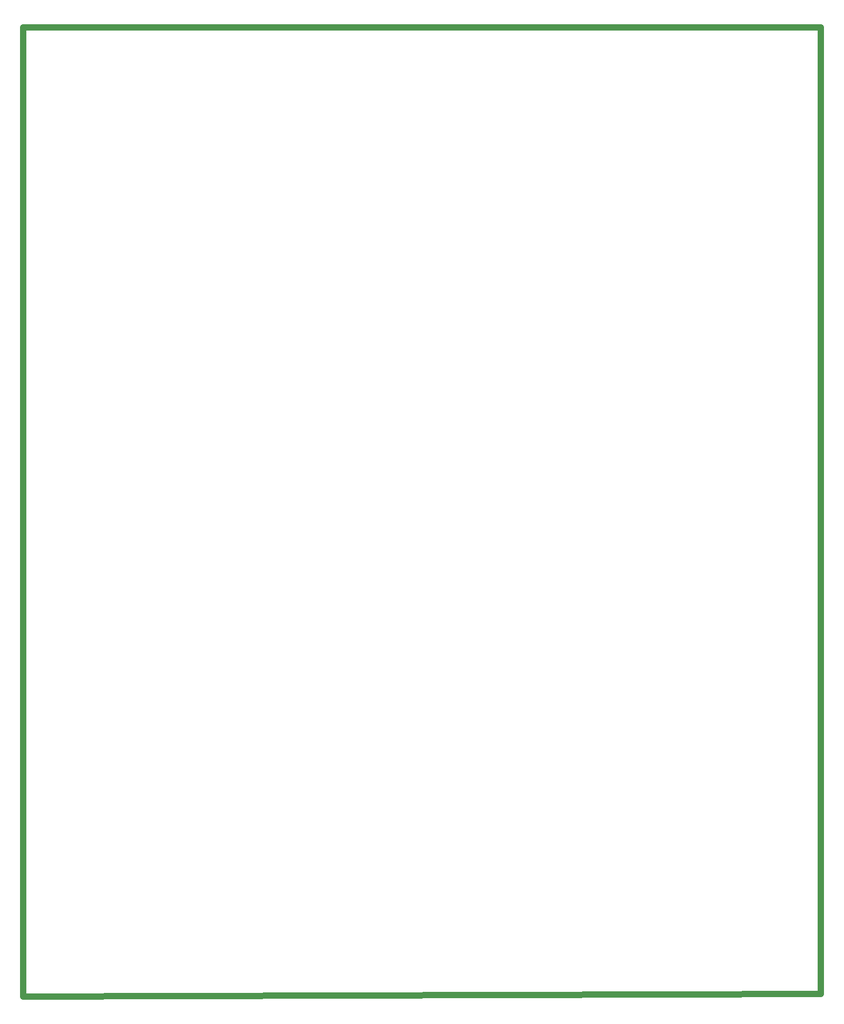
<source format=gbr>
%TF.GenerationSoftware,KiCad,Pcbnew,(5.1.9-0-10_14)*%
%TF.CreationDate,2021-02-14T15:56:36+00:00*%
%TF.ProjectId,solar_mux_1,736f6c61-725f-46d7-9578-5f312e6b6963,rev?*%
%TF.SameCoordinates,Original*%
%TF.FileFunction,Profile,NP*%
%FSLAX46Y46*%
G04 Gerber Fmt 4.6, Leading zero omitted, Abs format (unit mm)*
G04 Created by KiCad (PCBNEW (5.1.9-0-10_14)) date 2021-02-14 15:56:36*
%MOMM*%
%LPD*%
G01*
G04 APERTURE LIST*
%TA.AperFunction,Profile*%
%ADD10C,1.000000*%
%TD*%
G04 APERTURE END LIST*
D10*
X-289915600Y-73736200D02*
X-289915600Y-229463600D01*
X-161696400Y-73736200D02*
X-161696400Y-229057200D01*
X-289915600Y-229463600D02*
X-161696400Y-229057200D01*
X-289915600Y-73736200D02*
X-161696400Y-73736200D01*
M02*

</source>
